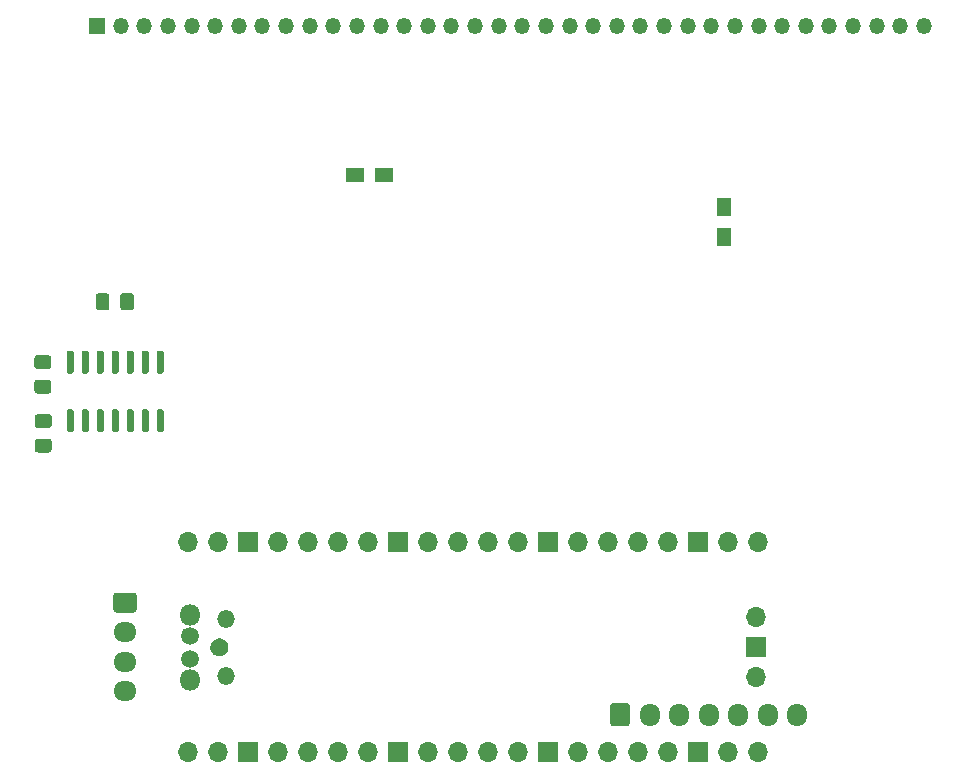
<source format=gbr>
%TF.GenerationSoftware,KiCad,Pcbnew,(5.1.9)-1*%
%TF.CreationDate,2021-05-02T00:53:09+10:00*%
%TF.ProjectId,RedPyKeeb_MCU,52656450-794b-4656-9562-5f4d43552e6b,rev?*%
%TF.SameCoordinates,Original*%
%TF.FileFunction,Soldermask,Top*%
%TF.FilePolarity,Negative*%
%FSLAX46Y46*%
G04 Gerber Fmt 4.6, Leading zero omitted, Abs format (unit mm)*
G04 Created by KiCad (PCBNEW (5.1.9)-1) date 2021-05-02 00:53:09*
%MOMM*%
%LPD*%
G01*
G04 APERTURE LIST*
%ADD10C,0.100000*%
%ADD11O,1.700000X1.700000*%
%ADD12R,1.700000X1.700000*%
%ADD13O,1.800000X1.800000*%
%ADD14O,1.500000X1.500000*%
%ADD15C,1.500000*%
%ADD16O,1.700000X1.950000*%
%ADD17R,1.500000X1.250000*%
%ADD18R,1.250000X1.500000*%
%ADD19O,1.950000X1.700000*%
%ADD20R,1.350000X1.350000*%
%ADD21O,1.350000X1.350000*%
G04 APERTURE END LIST*
D10*
%TO.C,U0*%
G36*
X65504847Y-90868091D02*
G01*
X65519436Y-90794749D01*
X65541143Y-90723190D01*
X65569760Y-90654103D01*
X65605011Y-90588154D01*
X65646556Y-90525977D01*
X65693995Y-90468172D01*
X65746872Y-90415295D01*
X65804677Y-90367856D01*
X65866854Y-90326311D01*
X65932803Y-90291060D01*
X66001890Y-90262443D01*
X66073449Y-90240736D01*
X66146791Y-90226147D01*
X66221210Y-90218818D01*
X66295990Y-90218818D01*
X66370409Y-90226147D01*
X66443751Y-90240736D01*
X66515310Y-90262443D01*
X66584397Y-90291060D01*
X66650346Y-90326311D01*
X66712523Y-90367856D01*
X66770328Y-90415295D01*
X66823205Y-90468172D01*
X66870644Y-90525977D01*
X66912189Y-90588154D01*
X66947440Y-90654103D01*
X66976057Y-90723190D01*
X66997764Y-90794749D01*
X67012353Y-90868091D01*
X67019682Y-90942510D01*
X67019682Y-91017290D01*
X67012353Y-91091709D01*
X66997764Y-91165051D01*
X66976057Y-91236610D01*
X66947440Y-91305697D01*
X66912189Y-91371646D01*
X66870644Y-91433823D01*
X66823205Y-91491628D01*
X66770328Y-91544505D01*
X66712523Y-91591944D01*
X66650346Y-91633489D01*
X66584397Y-91668740D01*
X66515310Y-91697357D01*
X66443751Y-91719064D01*
X66370409Y-91733653D01*
X66295990Y-91740982D01*
X66221210Y-91740982D01*
X66146791Y-91733653D01*
X66073449Y-91719064D01*
X66001890Y-91697357D01*
X65932803Y-91668740D01*
X65866854Y-91633489D01*
X65804677Y-91591944D01*
X65746872Y-91544505D01*
X65693995Y-91491628D01*
X65646556Y-91433823D01*
X65605011Y-91371646D01*
X65569760Y-91305697D01*
X65541143Y-91236610D01*
X65519436Y-91165051D01*
X65504847Y-91091709D01*
X65497518Y-91017290D01*
X65497518Y-90942510D01*
X65504847Y-90868091D01*
G37*
G36*
X63209561Y-91470145D02*
G01*
X63212406Y-91460766D01*
X63217027Y-91452121D01*
X63223245Y-91444545D01*
X63230821Y-91438327D01*
X63239466Y-91433706D01*
X63248845Y-91430861D01*
X63258600Y-91429900D01*
X64258600Y-91429900D01*
X64268355Y-91430861D01*
X64277734Y-91433706D01*
X64286379Y-91438327D01*
X64293955Y-91444545D01*
X64300173Y-91452121D01*
X64304794Y-91460766D01*
X64307639Y-91470145D01*
X64308600Y-91479900D01*
X64308600Y-92479900D01*
X64307639Y-92489655D01*
X64304794Y-92499034D01*
X64300173Y-92507679D01*
X64293955Y-92515255D01*
X64286379Y-92521473D01*
X64277734Y-92526094D01*
X64268355Y-92528939D01*
X64258600Y-92529900D01*
X63258600Y-92529900D01*
X63248845Y-92528939D01*
X63239466Y-92526094D01*
X63230821Y-92521473D01*
X63223245Y-92515255D01*
X63217027Y-92507679D01*
X63212406Y-92499034D01*
X63209561Y-92489655D01*
X63208600Y-92479900D01*
X63208600Y-91479900D01*
X63209561Y-91470145D01*
G37*
G36*
X63209561Y-89470145D02*
G01*
X63212406Y-89460766D01*
X63217027Y-89452121D01*
X63223245Y-89444545D01*
X63230821Y-89438327D01*
X63239466Y-89433706D01*
X63248845Y-89430861D01*
X63258600Y-89429900D01*
X64258600Y-89429900D01*
X64268355Y-89430861D01*
X64277734Y-89433706D01*
X64286379Y-89438327D01*
X64293955Y-89444545D01*
X64300173Y-89452121D01*
X64304794Y-89460766D01*
X64307639Y-89470145D01*
X64308600Y-89479900D01*
X64308600Y-90479900D01*
X64307639Y-90489655D01*
X64304794Y-90499034D01*
X64300173Y-90507679D01*
X64293955Y-90515255D01*
X64286379Y-90521473D01*
X64277734Y-90526094D01*
X64268355Y-90528939D01*
X64258600Y-90529900D01*
X63258600Y-90529900D01*
X63248845Y-90528939D01*
X63239466Y-90526094D01*
X63230821Y-90521473D01*
X63223245Y-90515255D01*
X63217027Y-90507679D01*
X63212406Y-90499034D01*
X63209561Y-90489655D01*
X63208600Y-90479900D01*
X63208600Y-89479900D01*
X63209561Y-89470145D01*
G37*
D11*
X63628600Y-82089900D03*
X66168600Y-82089900D03*
D12*
X68708600Y-82089900D03*
D11*
X71248600Y-82089900D03*
X73788600Y-82089900D03*
X76328600Y-82089900D03*
X78868600Y-82089900D03*
D12*
X81408600Y-82089900D03*
D11*
X83948600Y-82089900D03*
X86488600Y-82089900D03*
X89028600Y-82089900D03*
X91568600Y-82089900D03*
D12*
X94108600Y-82089900D03*
D11*
X96648600Y-82089900D03*
X99188600Y-82089900D03*
X101728600Y-82089900D03*
X104268600Y-82089900D03*
D12*
X106808600Y-82089900D03*
D11*
X109348600Y-82089900D03*
X111888600Y-82089900D03*
X111888600Y-99869900D03*
X109348600Y-99869900D03*
D12*
X106808600Y-99869900D03*
D11*
X104268600Y-99869900D03*
X101728600Y-99869900D03*
X99188600Y-99869900D03*
X96648600Y-99869900D03*
D12*
X94108600Y-99869900D03*
D11*
X91568600Y-99869900D03*
X89028600Y-99869900D03*
X86488600Y-99869900D03*
X83948600Y-99869900D03*
D12*
X81408600Y-99869900D03*
D11*
X78868600Y-99869900D03*
X76328600Y-99869900D03*
X73788600Y-99869900D03*
X71248600Y-99869900D03*
D12*
X68708600Y-99869900D03*
D11*
X66168600Y-99869900D03*
X63628600Y-99869900D03*
D13*
X63758600Y-88254900D03*
X63758600Y-93704900D03*
D14*
X66788600Y-88554900D03*
X66788600Y-93404900D03*
D11*
X111658600Y-88439900D03*
D12*
X111658600Y-90979900D03*
D11*
X111658600Y-93519900D03*
D15*
X63758600Y-89979900D03*
X63758600Y-91979900D03*
D10*
G36*
X65516718Y-90869852D02*
G01*
X65531077Y-90797665D01*
X65552442Y-90727233D01*
X65580608Y-90659234D01*
X65615304Y-90594323D01*
X65656194Y-90533126D01*
X65702887Y-90476231D01*
X65709817Y-90469301D01*
X65712406Y-90460766D01*
X65717027Y-90452121D01*
X65723245Y-90444545D01*
X65730821Y-90438327D01*
X65739466Y-90433706D01*
X65748001Y-90431117D01*
X65754931Y-90424187D01*
X65811826Y-90377494D01*
X65873023Y-90336604D01*
X65937934Y-90301908D01*
X66005933Y-90273742D01*
X66076365Y-90252377D01*
X66148552Y-90238018D01*
X66221799Y-90230803D01*
X66295401Y-90230803D01*
X66368648Y-90238018D01*
X66440835Y-90252377D01*
X66511267Y-90273742D01*
X66579266Y-90301908D01*
X66644177Y-90336604D01*
X66705374Y-90377494D01*
X66762269Y-90424187D01*
X66769199Y-90431117D01*
X66777734Y-90433706D01*
X66786379Y-90438327D01*
X66793955Y-90444545D01*
X66800173Y-90452121D01*
X66804794Y-90460766D01*
X66807383Y-90469301D01*
X66814313Y-90476231D01*
X66861006Y-90533126D01*
X66901896Y-90594323D01*
X66936592Y-90659234D01*
X66964758Y-90727233D01*
X66986123Y-90797665D01*
X67000482Y-90869852D01*
X67007697Y-90943099D01*
X67007697Y-91016701D01*
X67000482Y-91089948D01*
X66986123Y-91162135D01*
X66964758Y-91232567D01*
X66936592Y-91300566D01*
X66901896Y-91365477D01*
X66861006Y-91426674D01*
X66814313Y-91483569D01*
X66807383Y-91490499D01*
X66804794Y-91499034D01*
X66800173Y-91507679D01*
X66793955Y-91515255D01*
X66786379Y-91521473D01*
X66777734Y-91526094D01*
X66769199Y-91528683D01*
X66762269Y-91535613D01*
X66705374Y-91582306D01*
X66644177Y-91623196D01*
X66579266Y-91657892D01*
X66511267Y-91686058D01*
X66440835Y-91707423D01*
X66368648Y-91721782D01*
X66295401Y-91728997D01*
X66221799Y-91728997D01*
X66148552Y-91721782D01*
X66076365Y-91707423D01*
X66005933Y-91686058D01*
X65937934Y-91657892D01*
X65873023Y-91623196D01*
X65811826Y-91582306D01*
X65754931Y-91535613D01*
X65748001Y-91528683D01*
X65739466Y-91526094D01*
X65730821Y-91521473D01*
X65723245Y-91515255D01*
X65717027Y-91507679D01*
X65712406Y-91499034D01*
X65709817Y-91490499D01*
X65702887Y-91483569D01*
X65656194Y-91426674D01*
X65615304Y-91365477D01*
X65580608Y-91300566D01*
X65552442Y-91232567D01*
X65531077Y-91162135D01*
X65516718Y-91089948D01*
X65509503Y-91016701D01*
X65509503Y-90943099D01*
X65516718Y-90869852D01*
G37*
%TD*%
D16*
%TO.C,J2*%
X115177600Y-96672400D03*
X112677600Y-96672400D03*
X110177600Y-96672400D03*
X107677600Y-96672400D03*
X105177600Y-96672400D03*
X102677600Y-96672400D03*
G36*
G01*
X99327600Y-97397400D02*
X99327600Y-95947400D01*
G75*
G02*
X99577600Y-95697400I250000J0D01*
G01*
X100777600Y-95697400D01*
G75*
G02*
X101027600Y-95947400I0J-250000D01*
G01*
X101027600Y-97397400D01*
G75*
G02*
X100777600Y-97647400I-250000J0D01*
G01*
X99577600Y-97647400D01*
G75*
G02*
X99327600Y-97397400I0J250000D01*
G01*
G37*
%TD*%
D17*
%TO.C,C1*%
X77718600Y-50952400D03*
X80218600Y-50952400D03*
%TD*%
D18*
%TO.C,C2*%
X109016800Y-56215600D03*
X109016800Y-53715600D03*
%TD*%
D19*
%TO.C,J0*%
X58267600Y-94687400D03*
X58267600Y-92187400D03*
X58267600Y-89687400D03*
G36*
G01*
X57542600Y-86337400D02*
X58992600Y-86337400D01*
G75*
G02*
X59242600Y-86587400I0J-250000D01*
G01*
X59242600Y-87787400D01*
G75*
G02*
X58992600Y-88037400I-250000J0D01*
G01*
X57542600Y-88037400D01*
G75*
G02*
X57292600Y-87787400I0J250000D01*
G01*
X57292600Y-86587400D01*
G75*
G02*
X57542600Y-86337400I250000J0D01*
G01*
G37*
%TD*%
%TO.C,C10*%
G36*
G01*
X59029000Y-61247000D02*
X59029000Y-62197000D01*
G75*
G02*
X58779000Y-62447000I-250000J0D01*
G01*
X58104000Y-62447000D01*
G75*
G02*
X57854000Y-62197000I0J250000D01*
G01*
X57854000Y-61247000D01*
G75*
G02*
X58104000Y-60997000I250000J0D01*
G01*
X58779000Y-60997000D01*
G75*
G02*
X59029000Y-61247000I0J-250000D01*
G01*
G37*
G36*
G01*
X56954000Y-61247000D02*
X56954000Y-62197000D01*
G75*
G02*
X56704000Y-62447000I-250000J0D01*
G01*
X56029000Y-62447000D01*
G75*
G02*
X55779000Y-62197000I0J250000D01*
G01*
X55779000Y-61247000D01*
G75*
G02*
X56029000Y-60997000I250000J0D01*
G01*
X56704000Y-60997000D01*
G75*
G02*
X56954000Y-61247000I0J-250000D01*
G01*
G37*
%TD*%
%TO.C,C6*%
G36*
G01*
X51783000Y-69493800D02*
X50833000Y-69493800D01*
G75*
G02*
X50583000Y-69243800I0J250000D01*
G01*
X50583000Y-68568800D01*
G75*
G02*
X50833000Y-68318800I250000J0D01*
G01*
X51783000Y-68318800D01*
G75*
G02*
X52033000Y-68568800I0J-250000D01*
G01*
X52033000Y-69243800D01*
G75*
G02*
X51783000Y-69493800I-250000J0D01*
G01*
G37*
G36*
G01*
X51783000Y-67418800D02*
X50833000Y-67418800D01*
G75*
G02*
X50583000Y-67168800I0J250000D01*
G01*
X50583000Y-66493800D01*
G75*
G02*
X50833000Y-66243800I250000J0D01*
G01*
X51783000Y-66243800D01*
G75*
G02*
X52033000Y-66493800I0J-250000D01*
G01*
X52033000Y-67168800D01*
G75*
G02*
X51783000Y-67418800I-250000J0D01*
G01*
G37*
%TD*%
%TO.C,C11*%
G36*
G01*
X51821100Y-72409900D02*
X50871100Y-72409900D01*
G75*
G02*
X50621100Y-72159900I0J250000D01*
G01*
X50621100Y-71484900D01*
G75*
G02*
X50871100Y-71234900I250000J0D01*
G01*
X51821100Y-71234900D01*
G75*
G02*
X52071100Y-71484900I0J-250000D01*
G01*
X52071100Y-72159900D01*
G75*
G02*
X51821100Y-72409900I-250000J0D01*
G01*
G37*
G36*
G01*
X51821100Y-74484900D02*
X50871100Y-74484900D01*
G75*
G02*
X50621100Y-74234900I0J250000D01*
G01*
X50621100Y-73559900D01*
G75*
G02*
X50871100Y-73309900I250000J0D01*
G01*
X51821100Y-73309900D01*
G75*
G02*
X52071100Y-73559900I0J-250000D01*
G01*
X52071100Y-74234900D01*
G75*
G02*
X51821100Y-74484900I-250000J0D01*
G01*
G37*
%TD*%
D20*
%TO.C,J1*%
X55905400Y-38366700D03*
D21*
X57905400Y-38366700D03*
X59905400Y-38366700D03*
X61905400Y-38366700D03*
X63905400Y-38366700D03*
X65905400Y-38366700D03*
X67905400Y-38366700D03*
X69905400Y-38366700D03*
X71905400Y-38366700D03*
X73905400Y-38366700D03*
X75905400Y-38366700D03*
X77905400Y-38366700D03*
X79905400Y-38366700D03*
X81905400Y-38366700D03*
X83905400Y-38366700D03*
X85905400Y-38366700D03*
X87905400Y-38366700D03*
X89905400Y-38366700D03*
X91905400Y-38366700D03*
X93905400Y-38366700D03*
X95905400Y-38366700D03*
X97905400Y-38366700D03*
X99905400Y-38366700D03*
X101905400Y-38366700D03*
X103905400Y-38366700D03*
X105905400Y-38366700D03*
X107905400Y-38366700D03*
X109905400Y-38366700D03*
X111905400Y-38366700D03*
X113905400Y-38366700D03*
X115905400Y-38366700D03*
X117905400Y-38366700D03*
X119905400Y-38366700D03*
X121905400Y-38366700D03*
X123905400Y-38366700D03*
X125905400Y-38366700D03*
%TD*%
%TO.C,U7*%
G36*
G01*
X53764301Y-72762699D02*
X53464301Y-72762699D01*
G75*
G02*
X53314301Y-72612699I0J150000D01*
G01*
X53314301Y-70962699D01*
G75*
G02*
X53464301Y-70812699I150000J0D01*
G01*
X53764301Y-70812699D01*
G75*
G02*
X53914301Y-70962699I0J-150000D01*
G01*
X53914301Y-72612699D01*
G75*
G02*
X53764301Y-72762699I-150000J0D01*
G01*
G37*
G36*
G01*
X55034301Y-72762699D02*
X54734301Y-72762699D01*
G75*
G02*
X54584301Y-72612699I0J150000D01*
G01*
X54584301Y-70962699D01*
G75*
G02*
X54734301Y-70812699I150000J0D01*
G01*
X55034301Y-70812699D01*
G75*
G02*
X55184301Y-70962699I0J-150000D01*
G01*
X55184301Y-72612699D01*
G75*
G02*
X55034301Y-72762699I-150000J0D01*
G01*
G37*
G36*
G01*
X56304301Y-72762699D02*
X56004301Y-72762699D01*
G75*
G02*
X55854301Y-72612699I0J150000D01*
G01*
X55854301Y-70962699D01*
G75*
G02*
X56004301Y-70812699I150000J0D01*
G01*
X56304301Y-70812699D01*
G75*
G02*
X56454301Y-70962699I0J-150000D01*
G01*
X56454301Y-72612699D01*
G75*
G02*
X56304301Y-72762699I-150000J0D01*
G01*
G37*
G36*
G01*
X57574301Y-72762699D02*
X57274301Y-72762699D01*
G75*
G02*
X57124301Y-72612699I0J150000D01*
G01*
X57124301Y-70962699D01*
G75*
G02*
X57274301Y-70812699I150000J0D01*
G01*
X57574301Y-70812699D01*
G75*
G02*
X57724301Y-70962699I0J-150000D01*
G01*
X57724301Y-72612699D01*
G75*
G02*
X57574301Y-72762699I-150000J0D01*
G01*
G37*
G36*
G01*
X58844301Y-72762699D02*
X58544301Y-72762699D01*
G75*
G02*
X58394301Y-72612699I0J150000D01*
G01*
X58394301Y-70962699D01*
G75*
G02*
X58544301Y-70812699I150000J0D01*
G01*
X58844301Y-70812699D01*
G75*
G02*
X58994301Y-70962699I0J-150000D01*
G01*
X58994301Y-72612699D01*
G75*
G02*
X58844301Y-72762699I-150000J0D01*
G01*
G37*
G36*
G01*
X60114301Y-72762699D02*
X59814301Y-72762699D01*
G75*
G02*
X59664301Y-72612699I0J150000D01*
G01*
X59664301Y-70962699D01*
G75*
G02*
X59814301Y-70812699I150000J0D01*
G01*
X60114301Y-70812699D01*
G75*
G02*
X60264301Y-70962699I0J-150000D01*
G01*
X60264301Y-72612699D01*
G75*
G02*
X60114301Y-72762699I-150000J0D01*
G01*
G37*
G36*
G01*
X61384301Y-72762699D02*
X61084301Y-72762699D01*
G75*
G02*
X60934301Y-72612699I0J150000D01*
G01*
X60934301Y-70962699D01*
G75*
G02*
X61084301Y-70812699I150000J0D01*
G01*
X61384301Y-70812699D01*
G75*
G02*
X61534301Y-70962699I0J-150000D01*
G01*
X61534301Y-72612699D01*
G75*
G02*
X61384301Y-72762699I-150000J0D01*
G01*
G37*
G36*
G01*
X61384301Y-67812699D02*
X61084301Y-67812699D01*
G75*
G02*
X60934301Y-67662699I0J150000D01*
G01*
X60934301Y-66012699D01*
G75*
G02*
X61084301Y-65862699I150000J0D01*
G01*
X61384301Y-65862699D01*
G75*
G02*
X61534301Y-66012699I0J-150000D01*
G01*
X61534301Y-67662699D01*
G75*
G02*
X61384301Y-67812699I-150000J0D01*
G01*
G37*
G36*
G01*
X60114301Y-67812699D02*
X59814301Y-67812699D01*
G75*
G02*
X59664301Y-67662699I0J150000D01*
G01*
X59664301Y-66012699D01*
G75*
G02*
X59814301Y-65862699I150000J0D01*
G01*
X60114301Y-65862699D01*
G75*
G02*
X60264301Y-66012699I0J-150000D01*
G01*
X60264301Y-67662699D01*
G75*
G02*
X60114301Y-67812699I-150000J0D01*
G01*
G37*
G36*
G01*
X58844301Y-67812699D02*
X58544301Y-67812699D01*
G75*
G02*
X58394301Y-67662699I0J150000D01*
G01*
X58394301Y-66012699D01*
G75*
G02*
X58544301Y-65862699I150000J0D01*
G01*
X58844301Y-65862699D01*
G75*
G02*
X58994301Y-66012699I0J-150000D01*
G01*
X58994301Y-67662699D01*
G75*
G02*
X58844301Y-67812699I-150000J0D01*
G01*
G37*
G36*
G01*
X57574301Y-67812699D02*
X57274301Y-67812699D01*
G75*
G02*
X57124301Y-67662699I0J150000D01*
G01*
X57124301Y-66012699D01*
G75*
G02*
X57274301Y-65862699I150000J0D01*
G01*
X57574301Y-65862699D01*
G75*
G02*
X57724301Y-66012699I0J-150000D01*
G01*
X57724301Y-67662699D01*
G75*
G02*
X57574301Y-67812699I-150000J0D01*
G01*
G37*
G36*
G01*
X56304301Y-67812699D02*
X56004301Y-67812699D01*
G75*
G02*
X55854301Y-67662699I0J150000D01*
G01*
X55854301Y-66012699D01*
G75*
G02*
X56004301Y-65862699I150000J0D01*
G01*
X56304301Y-65862699D01*
G75*
G02*
X56454301Y-66012699I0J-150000D01*
G01*
X56454301Y-67662699D01*
G75*
G02*
X56304301Y-67812699I-150000J0D01*
G01*
G37*
G36*
G01*
X55034301Y-67812699D02*
X54734301Y-67812699D01*
G75*
G02*
X54584301Y-67662699I0J150000D01*
G01*
X54584301Y-66012699D01*
G75*
G02*
X54734301Y-65862699I150000J0D01*
G01*
X55034301Y-65862699D01*
G75*
G02*
X55184301Y-66012699I0J-150000D01*
G01*
X55184301Y-67662699D01*
G75*
G02*
X55034301Y-67812699I-150000J0D01*
G01*
G37*
G36*
G01*
X53764301Y-67812699D02*
X53464301Y-67812699D01*
G75*
G02*
X53314301Y-67662699I0J150000D01*
G01*
X53314301Y-66012699D01*
G75*
G02*
X53464301Y-65862699I150000J0D01*
G01*
X53764301Y-65862699D01*
G75*
G02*
X53914301Y-66012699I0J-150000D01*
G01*
X53914301Y-67662699D01*
G75*
G02*
X53764301Y-67812699I-150000J0D01*
G01*
G37*
%TD*%
M02*

</source>
